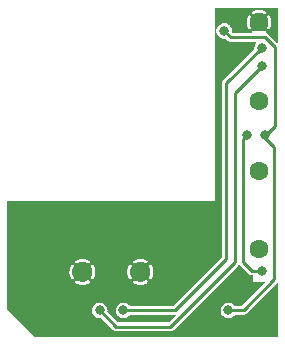
<source format=gbr>
G04 start of page 3 for group 5 idx 5 *
G04 Title: (unknown), bottom *
G04 Creator: pcb 4.2.0 *
G04 CreationDate: Thu Feb 13 16:47:07 2020 UTC *
G04 For: blinken *
G04 Format: Gerber/RS-274X *
G04 PCB-Dimensions (mm): 65.00 56.00 *
G04 PCB-Coordinate-Origin: lower left *
%MOMM*%
%FSLAX43Y43*%
%LNBOTTOM*%
%ADD26C,1.300*%
%ADD25C,1.500*%
%ADD24C,0.400*%
%ADD23C,0.800*%
%ADD22C,1.600*%
%ADD21C,1.700*%
%ADD20C,0.254*%
%ADD19C,0.002*%
G54D19*G36*
X12000Y28119D02*X14535D01*
X14550Y28118D01*
X14610Y28123D01*
X14610Y28123D01*
X14668Y28137D01*
X14724Y28159D01*
X14775Y28191D01*
X14820Y28230D01*
X14830Y28241D01*
X20259Y33670D01*
X20270Y33680D01*
X20309Y33725D01*
X20309Y33725D01*
X20341Y33776D01*
X20361Y33825D01*
X20391Y33775D01*
X20430Y33730D01*
X20441Y33720D01*
X21170Y32991D01*
X21180Y32980D01*
X21225Y32941D01*
X21276Y32909D01*
X21332Y32887D01*
X21390Y32873D01*
X21450Y32868D01*
X21465Y32869D01*
X21550D01*
Y32250D01*
X22561D01*
X20592Y30281D01*
X19984D01*
X19981Y30286D01*
X19914Y30364D01*
X19836Y30431D01*
X19748Y30485D01*
X19653Y30524D01*
X19553Y30548D01*
X19450Y30556D01*
X19347Y30548D01*
X19247Y30524D01*
X19152Y30485D01*
X19064Y30431D01*
X18986Y30364D01*
X18919Y30286D01*
X18865Y30198D01*
X18826Y30103D01*
X18802Y30003D01*
X18794Y29900D01*
X18802Y29797D01*
X18826Y29697D01*
X18865Y29602D01*
X18919Y29514D01*
X18986Y29436D01*
X19064Y29369D01*
X19152Y29315D01*
X19247Y29276D01*
X19347Y29252D01*
X19450Y29244D01*
X19553Y29252D01*
X19653Y29276D01*
X19748Y29315D01*
X19836Y29369D01*
X19914Y29436D01*
X19981Y29514D01*
X19984Y29519D01*
X20735D01*
X20750Y29518D01*
X20810Y29523D01*
X20810Y29523D01*
X20868Y29537D01*
X20924Y29559D01*
X20975Y29591D01*
X21020Y29630D01*
X21030Y29641D01*
X23609Y32220D01*
X23620Y32230D01*
X23638Y32250D01*
X23700D01*
Y27650D01*
X12000D01*
Y28119D01*
G37*
G36*
Y29519D02*X14935D01*
X14950Y29518D01*
X15010Y29523D01*
X15010Y29523D01*
X15041Y29530D01*
X14392Y28881D01*
X12000D01*
Y29519D01*
G37*
G36*
X22917Y55500D02*X23700D01*
Y52500D01*
X23589D01*
X22917Y53172D01*
Y53734D01*
X22929Y53740D01*
X22945Y53753D01*
X22958Y53767D01*
X22969Y53784D01*
X23014Y53871D01*
X23050Y53963D01*
X23077Y54057D01*
X23095Y54153D01*
X23104Y54251D01*
Y54349D01*
X23095Y54447D01*
X23077Y54543D01*
X23050Y54637D01*
X23014Y54729D01*
X22970Y54816D01*
X22959Y54833D01*
X22945Y54848D01*
X22930Y54860D01*
X22917Y54867D01*
Y55500D01*
G37*
G36*
X22050D02*X22917D01*
Y54867D01*
X22912Y54870D01*
X22893Y54877D01*
X22873Y54881D01*
X22853Y54882D01*
X22833Y54879D01*
X22814Y54874D01*
X22796Y54866D01*
X22779Y54854D01*
X22764Y54841D01*
X22752Y54825D01*
X22742Y54807D01*
X22735Y54788D01*
X22731Y54769D01*
X22730Y54749D01*
X22733Y54729D01*
X22738Y54709D01*
X22747Y54691D01*
X22781Y54625D01*
X22808Y54556D01*
X22828Y54484D01*
X22842Y54411D01*
X22849Y54337D01*
Y54263D01*
X22842Y54189D01*
X22828Y54116D01*
X22808Y54044D01*
X22781Y53975D01*
X22748Y53908D01*
X22739Y53891D01*
X22733Y53871D01*
X22731Y53851D01*
X22732Y53831D01*
X22736Y53812D01*
X22743Y53793D01*
X22752Y53776D01*
X22765Y53760D01*
X22779Y53746D01*
X22796Y53735D01*
X22814Y53727D01*
X22833Y53721D01*
X22853Y53719D01*
X22873Y53720D01*
X22893Y53724D01*
X22912Y53731D01*
X22917Y53734D01*
Y53172D01*
X22830Y53259D01*
X22820Y53270D01*
X22775Y53309D01*
X22724Y53341D01*
X22668Y53363D01*
X22610Y53377D01*
X22568Y53381D01*
X22583Y53391D01*
X22598Y53405D01*
X22610Y53420D01*
X22620Y53438D01*
X22627Y53457D01*
X22631Y53477D01*
X22632Y53497D01*
X22629Y53517D01*
X22624Y53536D01*
X22616Y53554D01*
X22604Y53571D01*
X22591Y53586D01*
X22575Y53598D01*
X22557Y53608D01*
X22538Y53615D01*
X22519Y53619D01*
X22499Y53620D01*
X22479Y53617D01*
X22459Y53612D01*
X22441Y53603D01*
X22375Y53569D01*
X22306Y53542D01*
X22234Y53522D01*
X22161Y53508D01*
X22087Y53501D01*
X22050D01*
Y55099D01*
X22087D01*
X22161Y55092D01*
X22234Y55078D01*
X22306Y55058D01*
X22375Y55031D01*
X22442Y54998D01*
X22459Y54989D01*
X22479Y54983D01*
X22499Y54981D01*
X22519Y54982D01*
X22538Y54986D01*
X22557Y54993D01*
X22574Y55002D01*
X22590Y55015D01*
X22604Y55029D01*
X22615Y55046D01*
X22623Y55064D01*
X22629Y55083D01*
X22631Y55103D01*
X22630Y55123D01*
X22626Y55143D01*
X22619Y55162D01*
X22610Y55179D01*
X22597Y55195D01*
X22583Y55208D01*
X22566Y55219D01*
X22479Y55264D01*
X22387Y55300D01*
X22293Y55327D01*
X22197Y55345D01*
X22099Y55354D01*
X22050D01*
Y55500D01*
G37*
G36*
X21183Y52619D02*X21901D01*
X21836Y52564D01*
X21769Y52486D01*
X21715Y52398D01*
X21676Y52303D01*
X21652Y52203D01*
X21644Y52100D01*
X21652Y51997D01*
X21653Y51992D01*
X21183Y51522D01*
Y52619D01*
G37*
G36*
Y55500D02*X22050D01*
Y55354D01*
X22001D01*
X21903Y55345D01*
X21807Y55327D01*
X21713Y55300D01*
X21621Y55264D01*
X21534Y55220D01*
X21517Y55209D01*
X21502Y55195D01*
X21490Y55180D01*
X21480Y55162D01*
X21473Y55143D01*
X21469Y55123D01*
X21468Y55103D01*
X21471Y55083D01*
X21476Y55064D01*
X21484Y55046D01*
X21496Y55029D01*
X21509Y55014D01*
X21525Y55002D01*
X21543Y54992D01*
X21562Y54985D01*
X21581Y54981D01*
X21601Y54980D01*
X21621Y54983D01*
X21641Y54988D01*
X21659Y54997D01*
X21725Y55031D01*
X21794Y55058D01*
X21866Y55078D01*
X21939Y55092D01*
X22013Y55099D01*
X22050D01*
Y53501D01*
X22013D01*
X21939Y53508D01*
X21866Y53522D01*
X21794Y53542D01*
X21725Y53569D01*
X21658Y53602D01*
X21641Y53611D01*
X21621Y53617D01*
X21601Y53619D01*
X21581Y53618D01*
X21562Y53614D01*
X21543Y53607D01*
X21526Y53598D01*
X21510Y53585D01*
X21496Y53571D01*
X21485Y53554D01*
X21477Y53536D01*
X21471Y53517D01*
X21469Y53497D01*
X21470Y53477D01*
X21474Y53457D01*
X21481Y53438D01*
X21490Y53421D01*
X21503Y53405D01*
X21517Y53392D01*
X21534Y53381D01*
X21183D01*
Y53733D01*
X21188Y53730D01*
X21207Y53723D01*
X21227Y53719D01*
X21247Y53718D01*
X21267Y53721D01*
X21286Y53726D01*
X21304Y53734D01*
X21321Y53746D01*
X21336Y53759D01*
X21348Y53775D01*
X21358Y53793D01*
X21365Y53812D01*
X21369Y53831D01*
X21370Y53851D01*
X21367Y53871D01*
X21362Y53891D01*
X21353Y53909D01*
X21319Y53975D01*
X21292Y54044D01*
X21272Y54116D01*
X21258Y54189D01*
X21251Y54263D01*
Y54337D01*
X21258Y54411D01*
X21272Y54484D01*
X21292Y54556D01*
X21319Y54625D01*
X21352Y54692D01*
X21361Y54709D01*
X21367Y54729D01*
X21369Y54749D01*
X21368Y54769D01*
X21364Y54788D01*
X21357Y54807D01*
X21348Y54824D01*
X21335Y54840D01*
X21321Y54854D01*
X21304Y54865D01*
X21286Y54873D01*
X21267Y54879D01*
X21247Y54881D01*
X21227Y54880D01*
X21207Y54876D01*
X21188Y54869D01*
X21183Y54866D01*
Y55500D01*
G37*
G36*
X18300D02*X21183D01*
Y54866D01*
X21171Y54860D01*
X21155Y54847D01*
X21142Y54833D01*
X21131Y54816D01*
X21086Y54729D01*
X21050Y54637D01*
X21023Y54543D01*
X21005Y54447D01*
X20996Y54349D01*
Y54251D01*
X21005Y54153D01*
X21023Y54057D01*
X21050Y53963D01*
X21086Y53871D01*
X21130Y53784D01*
X21141Y53767D01*
X21155Y53752D01*
X21170Y53740D01*
X21183Y53733D01*
Y53381D01*
X19808D01*
X19747Y53442D01*
X19748Y53447D01*
X19754Y53550D01*
X19748Y53653D01*
X19724Y53753D01*
X19685Y53848D01*
X19631Y53936D01*
X19564Y54014D01*
X19486Y54081D01*
X19398Y54135D01*
X19303Y54174D01*
X19203Y54198D01*
X19100Y54206D01*
X18997Y54198D01*
X18897Y54174D01*
X18802Y54135D01*
X18714Y54081D01*
X18636Y54014D01*
X18569Y53936D01*
X18515Y53848D01*
X18476Y53753D01*
X18452Y53653D01*
X18444Y53550D01*
X18452Y53447D01*
X18476Y53347D01*
X18515Y53252D01*
X18569Y53164D01*
X18636Y53086D01*
X18714Y53019D01*
X18802Y52965D01*
X18897Y52926D01*
X18997Y52902D01*
X19100Y52894D01*
X19203Y52902D01*
X19208Y52903D01*
X19370Y52741D01*
X19380Y52730D01*
X19425Y52691D01*
X19476Y52659D01*
X19532Y52637D01*
X19590Y52623D01*
X19650Y52618D01*
X19665Y52619D01*
X21183D01*
Y51522D01*
X19041Y49380D01*
X19030Y49370D01*
X18991Y49325D01*
X18959Y49274D01*
X18937Y49218D01*
X18923Y49160D01*
X18923Y49160D01*
X18918Y49100D01*
X18919Y49085D01*
Y34408D01*
X14792Y30281D01*
X12911D01*
Y32551D01*
X12914Y32553D01*
X12930Y32565D01*
X12944Y32580D01*
X12955Y32596D01*
X13001Y32681D01*
X13038Y32771D01*
X13067Y32863D01*
X13088Y32957D01*
X13101Y33053D01*
X13105Y33150D01*
X13101Y33247D01*
X13088Y33343D01*
X13067Y33437D01*
X13038Y33529D01*
X13001Y33619D01*
X12956Y33704D01*
X12945Y33721D01*
X12931Y33735D01*
X12915Y33748D01*
X12911Y33750D01*
Y39150D01*
X18300D01*
Y55500D01*
G37*
G36*
X12911Y30281D02*X12000D01*
Y32045D01*
X12097Y32049D01*
X12193Y32062D01*
X12287Y32083D01*
X12379Y32112D01*
X12469Y32149D01*
X12554Y32194D01*
X12571Y32205D01*
X12585Y32219D01*
X12598Y32235D01*
X12607Y32253D01*
X12614Y32272D01*
X12618Y32292D01*
X12618Y32312D01*
X12615Y32332D01*
X12610Y32351D01*
X12601Y32369D01*
X12590Y32386D01*
X12576Y32400D01*
X12560Y32412D01*
X12542Y32422D01*
X12523Y32429D01*
X12503Y32432D01*
X12483Y32433D01*
X12463Y32430D01*
X12444Y32424D01*
X12426Y32415D01*
X12360Y32380D01*
X12292Y32352D01*
X12221Y32329D01*
X12148Y32313D01*
X12074Y32303D01*
X12000Y32300D01*
Y34000D01*
X12074Y33997D01*
X12148Y33987D01*
X12221Y33971D01*
X12292Y33948D01*
X12360Y33920D01*
X12426Y33885D01*
X12444Y33876D01*
X12463Y33871D01*
X12483Y33868D01*
X12503Y33868D01*
X12523Y33872D01*
X12542Y33879D01*
X12559Y33888D01*
X12575Y33900D01*
X12589Y33915D01*
X12600Y33931D01*
X12609Y33949D01*
X12615Y33969D01*
X12617Y33988D01*
X12617Y34008D01*
X12613Y34028D01*
X12607Y34047D01*
X12597Y34064D01*
X12585Y34080D01*
X12570Y34094D01*
X12554Y34105D01*
X12469Y34151D01*
X12379Y34188D01*
X12287Y34217D01*
X12193Y34238D01*
X12097Y34251D01*
X12000Y34255D01*
Y39150D01*
X12911D01*
Y33750D01*
X12897Y33757D01*
X12878Y33764D01*
X12858Y33768D01*
X12838Y33768D01*
X12818Y33765D01*
X12799Y33760D01*
X12781Y33751D01*
X12764Y33740D01*
X12750Y33726D01*
X12738Y33710D01*
X12728Y33692D01*
X12721Y33673D01*
X12718Y33653D01*
X12717Y33633D01*
X12720Y33613D01*
X12726Y33594D01*
X12735Y33576D01*
X12770Y33510D01*
X12798Y33442D01*
X12821Y33371D01*
X12837Y33298D01*
X12847Y33224D01*
X12850Y33150D01*
X12847Y33076D01*
X12837Y33002D01*
X12821Y32929D01*
X12798Y32858D01*
X12770Y32790D01*
X12735Y32724D01*
X12726Y32706D01*
X12721Y32687D01*
X12718Y32667D01*
X12718Y32647D01*
X12722Y32627D01*
X12729Y32608D01*
X12738Y32591D01*
X12750Y32575D01*
X12765Y32561D01*
X12781Y32550D01*
X12799Y32541D01*
X12819Y32535D01*
X12838Y32533D01*
X12858Y32533D01*
X12878Y32537D01*
X12897Y32543D01*
X12911Y32551D01*
Y30281D01*
G37*
G36*
X11089Y28119D02*X12000D01*
Y27650D01*
X11089D01*
Y28119D01*
G37*
G36*
Y29495D02*X11106Y29514D01*
X11109Y29519D01*
X12000D01*
Y28881D01*
X11089D01*
Y29495D01*
G37*
G36*
X12000Y30281D02*X11109D01*
X11106Y30286D01*
X11089Y30305D01*
Y32550D01*
X11103Y32543D01*
X11122Y32536D01*
X11142Y32532D01*
X11162Y32532D01*
X11182Y32535D01*
X11201Y32540D01*
X11219Y32549D01*
X11236Y32560D01*
X11250Y32574D01*
X11262Y32590D01*
X11272Y32608D01*
X11279Y32627D01*
X11282Y32647D01*
X11283Y32667D01*
X11280Y32687D01*
X11274Y32706D01*
X11265Y32724D01*
X11230Y32790D01*
X11202Y32858D01*
X11179Y32929D01*
X11163Y33002D01*
X11153Y33076D01*
X11150Y33150D01*
X11153Y33224D01*
X11163Y33298D01*
X11179Y33371D01*
X11202Y33442D01*
X11230Y33510D01*
X11265Y33576D01*
X11274Y33594D01*
X11279Y33613D01*
X11282Y33633D01*
X11282Y33653D01*
X11278Y33673D01*
X11271Y33692D01*
X11262Y33709D01*
X11250Y33725D01*
X11235Y33739D01*
X11219Y33750D01*
X11201Y33759D01*
X11181Y33765D01*
X11162Y33767D01*
X11142Y33767D01*
X11122Y33763D01*
X11103Y33757D01*
X11089Y33749D01*
Y39150D01*
X12000D01*
Y34255D01*
X12000Y34255D01*
X11903Y34251D01*
X11807Y34238D01*
X11713Y34217D01*
X11621Y34188D01*
X11531Y34151D01*
X11446Y34106D01*
X11429Y34095D01*
X11415Y34081D01*
X11402Y34065D01*
X11393Y34047D01*
X11386Y34028D01*
X11382Y34008D01*
X11382Y33988D01*
X11385Y33968D01*
X11390Y33949D01*
X11399Y33931D01*
X11410Y33914D01*
X11424Y33900D01*
X11440Y33888D01*
X11458Y33878D01*
X11477Y33871D01*
X11497Y33868D01*
X11517Y33867D01*
X11537Y33870D01*
X11556Y33876D01*
X11574Y33885D01*
X11640Y33920D01*
X11708Y33948D01*
X11779Y33971D01*
X11852Y33987D01*
X11926Y33997D01*
X12000Y34000D01*
X12000Y34000D01*
Y32300D01*
X12000Y32300D01*
X11926Y32303D01*
X11852Y32313D01*
X11779Y32329D01*
X11708Y32352D01*
X11640Y32380D01*
X11574Y32415D01*
X11556Y32424D01*
X11537Y32429D01*
X11517Y32432D01*
X11497Y32432D01*
X11477Y32428D01*
X11458Y32421D01*
X11441Y32412D01*
X11425Y32400D01*
X11411Y32385D01*
X11400Y32369D01*
X11391Y32351D01*
X11385Y32331D01*
X11383Y32312D01*
X11383Y32292D01*
X11387Y32272D01*
X11393Y32253D01*
X11403Y32236D01*
X11415Y32220D01*
X11430Y32206D01*
X11446Y32195D01*
X11531Y32149D01*
X11621Y32112D01*
X11713Y32083D01*
X11807Y32062D01*
X11903Y32049D01*
X12000Y32045D01*
X12000Y32045D01*
Y30281D01*
G37*
G36*
X8011Y29568D02*X8044Y29514D01*
X8111Y29436D01*
X8189Y29369D01*
X8277Y29315D01*
X8372Y29276D01*
X8472Y29252D01*
X8575Y29244D01*
X8678Y29252D01*
X8683Y29253D01*
X9695Y28241D01*
X9705Y28230D01*
X9750Y28191D01*
X9801Y28159D01*
X9857Y28137D01*
X9915Y28123D01*
X9975Y28118D01*
X9990Y28119D01*
X11089D01*
Y27650D01*
X8011D01*
Y29568D01*
G37*
G36*
X11089Y30305D02*X11039Y30364D01*
X10961Y30431D01*
X10873Y30485D01*
X10778Y30524D01*
X10678Y30548D01*
X10575Y30556D01*
X10472Y30548D01*
X10372Y30524D01*
X10277Y30485D01*
X10189Y30431D01*
X10111Y30364D01*
X10044Y30286D01*
X9990Y30198D01*
X9951Y30103D01*
X9927Y30003D01*
X9919Y29900D01*
X9927Y29797D01*
X9951Y29697D01*
X9990Y29602D01*
X10044Y29514D01*
X10111Y29436D01*
X10189Y29369D01*
X10277Y29315D01*
X10372Y29276D01*
X10472Y29252D01*
X10575Y29244D01*
X10678Y29252D01*
X10778Y29276D01*
X10873Y29315D01*
X10961Y29369D01*
X11039Y29436D01*
X11089Y29495D01*
Y28881D01*
X10133D01*
X9222Y29792D01*
X9223Y29797D01*
X9229Y29900D01*
X9223Y30003D01*
X9199Y30103D01*
X9160Y30198D01*
X9106Y30286D01*
X9039Y30364D01*
X8961Y30431D01*
X8873Y30485D01*
X8778Y30524D01*
X8678Y30548D01*
X8575Y30556D01*
X8472Y30548D01*
X8372Y30524D01*
X8277Y30485D01*
X8189Y30431D01*
X8111Y30364D01*
X8044Y30286D01*
X8011Y30232D01*
Y32551D01*
X8014Y32553D01*
X8030Y32565D01*
X8044Y32580D01*
X8055Y32596D01*
X8101Y32681D01*
X8138Y32771D01*
X8167Y32863D01*
X8188Y32957D01*
X8201Y33053D01*
X8205Y33150D01*
X8201Y33247D01*
X8188Y33343D01*
X8167Y33437D01*
X8138Y33529D01*
X8101Y33619D01*
X8056Y33704D01*
X8045Y33721D01*
X8031Y33735D01*
X8015Y33748D01*
X8011Y33750D01*
Y39150D01*
X11089D01*
Y33749D01*
X11086Y33747D01*
X11070Y33735D01*
X11056Y33720D01*
X11045Y33704D01*
X10999Y33619D01*
X10962Y33529D01*
X10933Y33437D01*
X10912Y33343D01*
X10899Y33247D01*
X10895Y33150D01*
X10899Y33053D01*
X10912Y32957D01*
X10933Y32863D01*
X10962Y32771D01*
X10999Y32681D01*
X11044Y32596D01*
X11055Y32579D01*
X11069Y32565D01*
X11085Y32552D01*
X11089Y32550D01*
Y30305D01*
G37*
G36*
X8011Y30232D02*X7990Y30198D01*
X7951Y30103D01*
X7927Y30003D01*
X7919Y29900D01*
X7927Y29797D01*
X7951Y29697D01*
X7990Y29602D01*
X8011Y29568D01*
Y27650D01*
X7100D01*
Y32045D01*
X7197Y32049D01*
X7293Y32062D01*
X7387Y32083D01*
X7479Y32112D01*
X7569Y32149D01*
X7654Y32194D01*
X7671Y32205D01*
X7685Y32219D01*
X7698Y32235D01*
X7707Y32253D01*
X7714Y32272D01*
X7718Y32292D01*
X7718Y32312D01*
X7715Y32332D01*
X7710Y32351D01*
X7701Y32369D01*
X7690Y32386D01*
X7676Y32400D01*
X7660Y32412D01*
X7642Y32422D01*
X7623Y32429D01*
X7603Y32432D01*
X7583Y32433D01*
X7563Y32430D01*
X7544Y32424D01*
X7526Y32415D01*
X7460Y32380D01*
X7392Y32352D01*
X7321Y32329D01*
X7248Y32313D01*
X7174Y32303D01*
X7100Y32300D01*
Y34000D01*
X7174Y33997D01*
X7248Y33987D01*
X7321Y33971D01*
X7392Y33948D01*
X7460Y33920D01*
X7526Y33885D01*
X7544Y33876D01*
X7563Y33871D01*
X7583Y33868D01*
X7603Y33868D01*
X7623Y33872D01*
X7642Y33879D01*
X7659Y33888D01*
X7675Y33900D01*
X7689Y33915D01*
X7700Y33931D01*
X7709Y33949D01*
X7715Y33969D01*
X7717Y33988D01*
X7717Y34008D01*
X7713Y34028D01*
X7707Y34047D01*
X7697Y34064D01*
X7685Y34080D01*
X7670Y34094D01*
X7654Y34105D01*
X7569Y34151D01*
X7479Y34188D01*
X7387Y34217D01*
X7293Y34238D01*
X7197Y34251D01*
X7100Y34255D01*
Y39150D01*
X8011D01*
Y33750D01*
X7997Y33757D01*
X7978Y33764D01*
X7958Y33768D01*
X7938Y33768D01*
X7918Y33765D01*
X7899Y33760D01*
X7881Y33751D01*
X7864Y33740D01*
X7850Y33726D01*
X7838Y33710D01*
X7828Y33692D01*
X7821Y33673D01*
X7818Y33653D01*
X7817Y33633D01*
X7820Y33613D01*
X7826Y33594D01*
X7835Y33576D01*
X7870Y33510D01*
X7898Y33442D01*
X7921Y33371D01*
X7937Y33298D01*
X7947Y33224D01*
X7950Y33150D01*
X7947Y33076D01*
X7937Y33002D01*
X7921Y32929D01*
X7898Y32858D01*
X7870Y32790D01*
X7835Y32724D01*
X7826Y32706D01*
X7821Y32687D01*
X7818Y32667D01*
X7818Y32647D01*
X7822Y32627D01*
X7829Y32608D01*
X7838Y32591D01*
X7850Y32575D01*
X7865Y32561D01*
X7881Y32550D01*
X7899Y32541D01*
X7919Y32535D01*
X7938Y32533D01*
X7958Y32533D01*
X7978Y32537D01*
X7997Y32543D01*
X8011Y32551D01*
Y30232D01*
G37*
G36*
X7100Y27650D02*X6189D01*
Y32550D01*
X6203Y32543D01*
X6222Y32536D01*
X6242Y32532D01*
X6262Y32532D01*
X6282Y32535D01*
X6301Y32540D01*
X6319Y32549D01*
X6336Y32560D01*
X6350Y32574D01*
X6362Y32590D01*
X6372Y32608D01*
X6379Y32627D01*
X6382Y32647D01*
X6383Y32667D01*
X6380Y32687D01*
X6374Y32706D01*
X6365Y32724D01*
X6330Y32790D01*
X6302Y32858D01*
X6279Y32929D01*
X6263Y33002D01*
X6253Y33076D01*
X6250Y33150D01*
X6253Y33224D01*
X6263Y33298D01*
X6279Y33371D01*
X6302Y33442D01*
X6330Y33510D01*
X6365Y33576D01*
X6374Y33594D01*
X6379Y33613D01*
X6382Y33633D01*
X6382Y33653D01*
X6378Y33673D01*
X6371Y33692D01*
X6362Y33709D01*
X6350Y33725D01*
X6335Y33739D01*
X6319Y33750D01*
X6301Y33759D01*
X6281Y33765D01*
X6262Y33767D01*
X6242Y33767D01*
X6222Y33763D01*
X6203Y33757D01*
X6189Y33749D01*
Y39150D01*
X7100D01*
Y34255D01*
X7100Y34255D01*
X7003Y34251D01*
X6907Y34238D01*
X6813Y34217D01*
X6721Y34188D01*
X6631Y34151D01*
X6546Y34106D01*
X6529Y34095D01*
X6515Y34081D01*
X6502Y34065D01*
X6493Y34047D01*
X6486Y34028D01*
X6482Y34008D01*
X6482Y33988D01*
X6485Y33968D01*
X6490Y33949D01*
X6499Y33931D01*
X6510Y33914D01*
X6524Y33900D01*
X6540Y33888D01*
X6558Y33878D01*
X6577Y33871D01*
X6597Y33868D01*
X6617Y33867D01*
X6637Y33870D01*
X6656Y33876D01*
X6674Y33885D01*
X6740Y33920D01*
X6808Y33948D01*
X6879Y33971D01*
X6952Y33987D01*
X7026Y33997D01*
X7100Y34000D01*
X7100Y34000D01*
Y32300D01*
X7100Y32300D01*
X7026Y32303D01*
X6952Y32313D01*
X6879Y32329D01*
X6808Y32352D01*
X6740Y32380D01*
X6674Y32415D01*
X6656Y32424D01*
X6637Y32429D01*
X6617Y32432D01*
X6597Y32432D01*
X6577Y32428D01*
X6558Y32421D01*
X6541Y32412D01*
X6525Y32400D01*
X6511Y32385D01*
X6500Y32369D01*
X6491Y32351D01*
X6485Y32331D01*
X6483Y32312D01*
X6483Y32292D01*
X6487Y32272D01*
X6493Y32253D01*
X6503Y32236D01*
X6515Y32220D01*
X6530Y32206D01*
X6546Y32195D01*
X6631Y32149D01*
X6721Y32112D01*
X6813Y32083D01*
X6907Y32062D01*
X7003Y32049D01*
X7100Y32045D01*
X7100Y32045D01*
Y27650D01*
G37*
G36*
X6189D02*X3050D01*
X700Y30000D01*
Y39150D01*
X6189D01*
Y33749D01*
X6186Y33747D01*
X6170Y33735D01*
X6156Y33720D01*
X6145Y33704D01*
X6099Y33619D01*
X6062Y33529D01*
X6033Y33437D01*
X6012Y33343D01*
X5999Y33247D01*
X5995Y33150D01*
X5999Y33053D01*
X6012Y32957D01*
X6033Y32863D01*
X6062Y32771D01*
X6099Y32681D01*
X6144Y32596D01*
X6155Y32579D01*
X6169Y32565D01*
X6185Y32552D01*
X6189Y32550D01*
Y27650D01*
G37*
G54D20*X23350Y32500D02*X20750Y29900D01*
X19450D01*
X20700Y34000D02*X21450Y33250D01*
X22300D01*
X20000Y33950D02*X14550Y28500D01*
X9975D01*
X8575Y29900D01*
X19300Y34250D02*X14950Y29900D01*
X10575D01*
X23400Y45500D02*X22500Y44600D01*
X23350Y43750D01*
Y32500D01*
X19100Y53550D02*X19650Y53000D01*
X22550D01*
X23400Y52150D01*
Y45500D01*
X22300Y50550D02*X20000Y48250D01*
X22300Y52100D02*X19300Y49100D01*
X21050Y44750D02*X20750Y44450D01*
X20700Y44400D02*Y34000D01*
X20000Y48250D02*Y33950D01*
X19300Y49100D02*Y34250D01*
G54D21*X7100Y33150D03*
X12000D03*
G54D22*X22050Y47650D03*
Y54300D03*
Y35050D03*
Y41700D03*
G54D23*X22300Y52100D03*
X21050Y44750D03*
X22550D03*
X22300Y50550D03*
X19450Y29900D03*
X10575D03*
X8575D03*
X19100Y53550D03*
X22300Y33250D03*
G54D24*G54D25*G54D26*M02*

</source>
